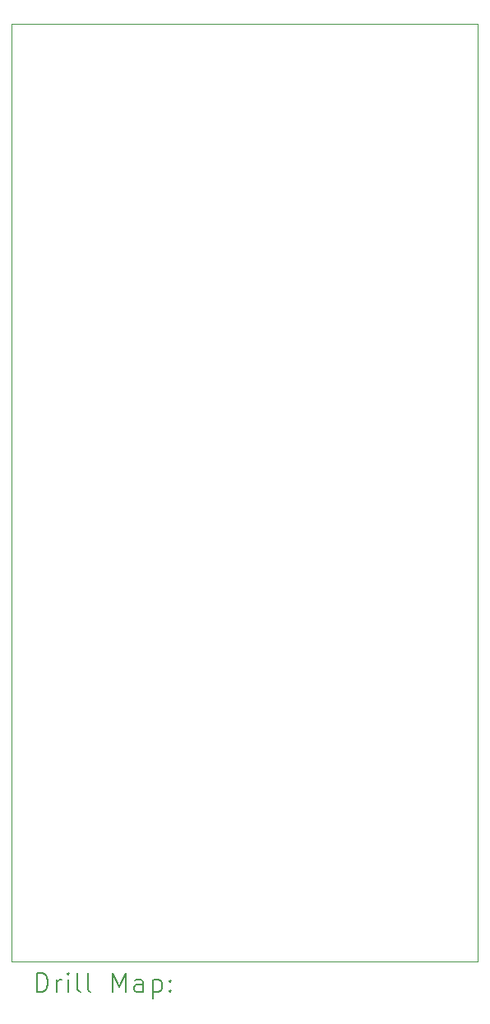
<source format=gbr>
%TF.GenerationSoftware,KiCad,Pcbnew,8.0.4*%
%TF.CreationDate,2024-11-11T12:11:56-05:00*%
%TF.ProjectId,HC-SR04sensor,48432d53-5230-4347-9365-6e736f722e6b,rev?*%
%TF.SameCoordinates,Original*%
%TF.FileFunction,Drillmap*%
%TF.FilePolarity,Positive*%
%FSLAX45Y45*%
G04 Gerber Fmt 4.5, Leading zero omitted, Abs format (unit mm)*
G04 Created by KiCad (PCBNEW 8.0.4) date 2024-11-11 12:11:56*
%MOMM*%
%LPD*%
G01*
G04 APERTURE LIST*
%ADD10C,0.050000*%
%ADD11C,0.200000*%
G04 APERTURE END LIST*
D10*
X9950000Y-6450000D02*
X14750000Y-6450000D01*
X14750000Y-16100000D01*
X9950000Y-16100000D01*
X9950000Y-6450000D01*
D11*
X10208277Y-16413984D02*
X10208277Y-16213984D01*
X10208277Y-16213984D02*
X10255896Y-16213984D01*
X10255896Y-16213984D02*
X10284467Y-16223508D01*
X10284467Y-16223508D02*
X10303515Y-16242555D01*
X10303515Y-16242555D02*
X10313039Y-16261603D01*
X10313039Y-16261603D02*
X10322563Y-16299698D01*
X10322563Y-16299698D02*
X10322563Y-16328269D01*
X10322563Y-16328269D02*
X10313039Y-16366365D01*
X10313039Y-16366365D02*
X10303515Y-16385412D01*
X10303515Y-16385412D02*
X10284467Y-16404460D01*
X10284467Y-16404460D02*
X10255896Y-16413984D01*
X10255896Y-16413984D02*
X10208277Y-16413984D01*
X10408277Y-16413984D02*
X10408277Y-16280650D01*
X10408277Y-16318746D02*
X10417801Y-16299698D01*
X10417801Y-16299698D02*
X10427324Y-16290174D01*
X10427324Y-16290174D02*
X10446372Y-16280650D01*
X10446372Y-16280650D02*
X10465420Y-16280650D01*
X10532086Y-16413984D02*
X10532086Y-16280650D01*
X10532086Y-16213984D02*
X10522563Y-16223508D01*
X10522563Y-16223508D02*
X10532086Y-16233031D01*
X10532086Y-16233031D02*
X10541610Y-16223508D01*
X10541610Y-16223508D02*
X10532086Y-16213984D01*
X10532086Y-16213984D02*
X10532086Y-16233031D01*
X10655896Y-16413984D02*
X10636848Y-16404460D01*
X10636848Y-16404460D02*
X10627324Y-16385412D01*
X10627324Y-16385412D02*
X10627324Y-16213984D01*
X10760658Y-16413984D02*
X10741610Y-16404460D01*
X10741610Y-16404460D02*
X10732086Y-16385412D01*
X10732086Y-16385412D02*
X10732086Y-16213984D01*
X10989229Y-16413984D02*
X10989229Y-16213984D01*
X10989229Y-16213984D02*
X11055896Y-16356841D01*
X11055896Y-16356841D02*
X11122563Y-16213984D01*
X11122563Y-16213984D02*
X11122563Y-16413984D01*
X11303515Y-16413984D02*
X11303515Y-16309222D01*
X11303515Y-16309222D02*
X11293991Y-16290174D01*
X11293991Y-16290174D02*
X11274943Y-16280650D01*
X11274943Y-16280650D02*
X11236848Y-16280650D01*
X11236848Y-16280650D02*
X11217801Y-16290174D01*
X11303515Y-16404460D02*
X11284467Y-16413984D01*
X11284467Y-16413984D02*
X11236848Y-16413984D01*
X11236848Y-16413984D02*
X11217801Y-16404460D01*
X11217801Y-16404460D02*
X11208277Y-16385412D01*
X11208277Y-16385412D02*
X11208277Y-16366365D01*
X11208277Y-16366365D02*
X11217801Y-16347317D01*
X11217801Y-16347317D02*
X11236848Y-16337793D01*
X11236848Y-16337793D02*
X11284467Y-16337793D01*
X11284467Y-16337793D02*
X11303515Y-16328269D01*
X11398753Y-16280650D02*
X11398753Y-16480650D01*
X11398753Y-16290174D02*
X11417801Y-16280650D01*
X11417801Y-16280650D02*
X11455896Y-16280650D01*
X11455896Y-16280650D02*
X11474943Y-16290174D01*
X11474943Y-16290174D02*
X11484467Y-16299698D01*
X11484467Y-16299698D02*
X11493991Y-16318746D01*
X11493991Y-16318746D02*
X11493991Y-16375888D01*
X11493991Y-16375888D02*
X11484467Y-16394936D01*
X11484467Y-16394936D02*
X11474943Y-16404460D01*
X11474943Y-16404460D02*
X11455896Y-16413984D01*
X11455896Y-16413984D02*
X11417801Y-16413984D01*
X11417801Y-16413984D02*
X11398753Y-16404460D01*
X11579705Y-16394936D02*
X11589229Y-16404460D01*
X11589229Y-16404460D02*
X11579705Y-16413984D01*
X11579705Y-16413984D02*
X11570182Y-16404460D01*
X11570182Y-16404460D02*
X11579705Y-16394936D01*
X11579705Y-16394936D02*
X11579705Y-16413984D01*
X11579705Y-16290174D02*
X11589229Y-16299698D01*
X11589229Y-16299698D02*
X11579705Y-16309222D01*
X11579705Y-16309222D02*
X11570182Y-16299698D01*
X11570182Y-16299698D02*
X11579705Y-16290174D01*
X11579705Y-16290174D02*
X11579705Y-16309222D01*
M02*

</source>
